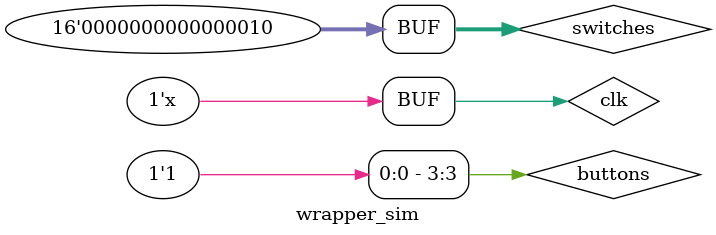
<source format=v>
`timescale 1ns / 1ps

module wrapper_sim;
  reg clk;
  reg [4:0] buttons;
  reg [15:0] switches;
  wire [15:0] leds;
  wire [7:0] segs;
  wire [3:0] an;

  // Instantiate the OTTER_Wrapper module
  OTTER_Wrapper uut (
    .clk(clk),
    .buttons(buttons),
    .switches(switches),
    .leds(leds),
    .segs(segs),
    .an(an)
  );

  // Clock generation
  always
    #5 clk = ~clk;

  // Simulation initialization
  initial begin
    clk = 0; // Initialize the clock signal
    switches = 16'h0001; // Initialize switches with 16 bits
    #10 buttons[3] = 1'b1;
    #20 switches = 16'b0010; // Change the switches value after a delay
    #10 buttons[3] = 1'b1;
    // Add any other initializations or tests you need here
  end

  // Your additional test logic can be added here

endmodule

</source>
